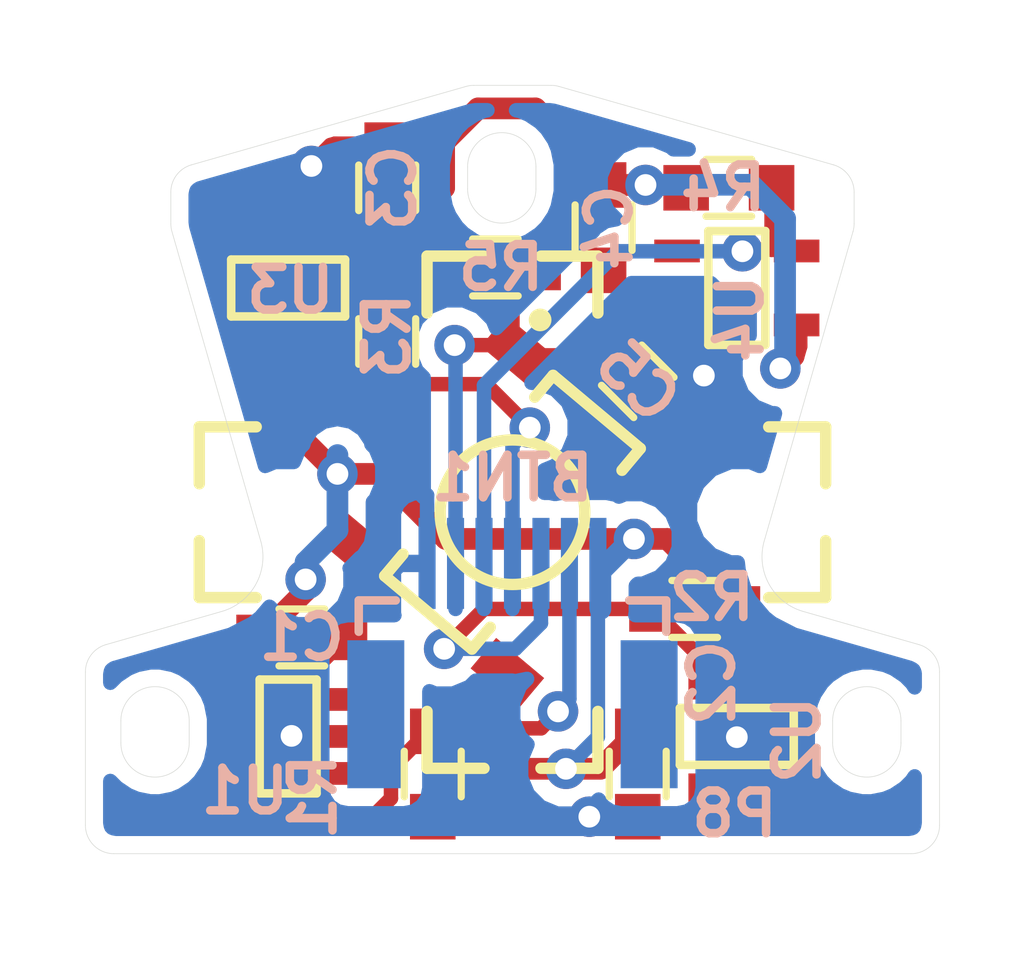
<source format=kicad_pcb>
(kicad_pcb (version 20171130) (host pcbnew "(5.0.0)")

  (general
    (thickness 1.6)
    (drawings 37)
    (tracks 136)
    (zones 0)
    (modules 17)
    (nets 16)
  )

  (page A3)
  (title_block
    (title "UHK 60 Keycluster trackball")
    (rev 1.0.0)
    (company "Ultimate Gadget Laboratories Kft.")
  )

  (layers
    (0 F.Cu signal)
    (31 B.Cu signal)
    (32 B.Adhes user)
    (33 F.Adhes user)
    (34 B.Paste user)
    (35 F.Paste user)
    (36 B.SilkS user)
    (37 F.SilkS user)
    (38 B.Mask user)
    (39 F.Mask user)
    (40 Dwgs.User user)
    (41 Cmts.User user)
    (42 Eco1.User user)
    (43 Eco2.User user)
    (44 Edge.Cuts user)
    (45 Margin user)
    (46 B.CrtYd user)
    (47 F.CrtYd user)
  )

  (setup
    (last_trace_width 0.2032)
    (user_trace_width 0.2032)
    (user_trace_width 0.254)
    (user_trace_width 0.3048)
    (user_trace_width 0.381)
    (trace_clearance 0.2032)
    (zone_clearance 0.3048)
    (zone_45_only no)
    (trace_min 0.2032)
    (segment_width 0.1)
    (edge_width 0.1)
    (via_size 1.0668)
    (via_drill 0.7112)
    (via_min_size 0.7112)
    (via_min_drill 0.381)
    (user_via 0.7112 0.381)
    (user_via 1.0668 0.7112)
    (uvia_size 0.7112)
    (uvia_drill 0.381)
    (uvias_allowed no)
    (uvia_min_size 0.508)
    (uvia_min_drill 0.127)
    (pcb_text_width 0.3)
    (pcb_text_size 1.5 1.5)
    (mod_edge_width 0.15)
    (mod_text_size 1 1)
    (mod_text_width 0.15)
    (pad_size 1.5 1.5)
    (pad_drill 0.6)
    (pad_to_mask_clearance 0)
    (aux_axis_origin 0 0)
    (visible_elements 7FFFFF6F)
    (pcbplotparams
      (layerselection 0x00030_ffffffff)
      (usegerberextensions true)
      (usegerberattributes false)
      (usegerberadvancedattributes false)
      (creategerberjobfile false)
      (excludeedgelayer true)
      (linewidth 0.150000)
      (plotframeref false)
      (viasonmask false)
      (mode 1)
      (useauxorigin false)
      (hpglpennumber 1)
      (hpglpenspeed 20)
      (hpglpendiameter 15.000000)
      (psnegative false)
      (psa4output false)
      (plotreference true)
      (plotvalue true)
      (plotinvisibletext false)
      (padsonsilk false)
      (subtractmaskfromsilk false)
      (outputformat 1)
      (mirror false)
      (drillshape 1)
      (scaleselection 1)
      (outputdirectory ""))
  )

  (net 0 "")
  (net 1 GND)
  (net 2 /TB_BTN)
  (net 3 /TB_LEFT)
  (net 4 +3V3)
  (net 5 "Net-(U1-Pad3)")
  (net 6 "Net-(U1-Pad1)")
  (net 7 "Net-(U2-Pad1)")
  (net 8 "Net-(U2-Pad3)")
  (net 9 /TB_DOWN)
  (net 10 /TB_UP)
  (net 11 "Net-(U3-Pad3)")
  (net 12 "Net-(U3-Pad1)")
  (net 13 "Net-(U4-Pad1)")
  (net 14 "Net-(U4-Pad3)")
  (net 15 /TB_RIGHT)

  (net_class Default "This is the default net class."
    (clearance 0.2032)
    (trace_width 0.2032)
    (via_dia 1.0668)
    (via_drill 0.7112)
    (uvia_dia 0.7112)
    (uvia_drill 0.381)
    (diff_pair_gap 0.254)
    (diff_pair_width 0.254)
    (add_net +3V3)
    (add_net /TB_BTN)
    (add_net /TB_DOWN)
    (add_net /TB_LEFT)
    (add_net /TB_RIGHT)
    (add_net /TB_UP)
    (add_net GND)
    (add_net "Net-(U1-Pad1)")
    (add_net "Net-(U1-Pad3)")
    (add_net "Net-(U2-Pad1)")
    (add_net "Net-(U2-Pad3)")
    (add_net "Net-(U3-Pad1)")
    (add_net "Net-(U3-Pad3)")
    (add_net "Net-(U4-Pad1)")
    (add_net "Net-(U4-Pad3)")
  )

  (module UGL:BlackberryTrackball locked (layer F.Cu) (tedit 5D121E74) (tstamp 5CE40F34)
    (at 200 150)
    (attr virtual)
    (fp_text reference REF** (at 0.4 -5.3) (layer F.SilkS) hide
      (effects (font (size 1 1) (thickness 0.15)))
    )
    (fp_text value BlackberryTrackball (at 0 5.4) (layer Eco1.User) hide
      (effects (font (size 1 1) (thickness 0.15)))
    )
    (fp_line (start 1.5 3.5) (end 1.5 4.5) (layer F.SilkS) (width 0.2))
    (fp_line (start 1.5 4.5) (end 0.5 4.5) (layer F.SilkS) (width 0.2))
    (fp_line (start -0.5 4.5) (end -1.5 4.5) (layer F.SilkS) (width 0.2))
    (fp_line (start -1.5 4.5) (end -1.5 3.5) (layer F.SilkS) (width 0.2))
    (fp_line (start 4.5 -1.5) (end 5.5 -1.5) (layer F.SilkS) (width 0.2))
    (fp_line (start 5.5 -1.5) (end 5.5 -0.5) (layer F.SilkS) (width 0.2))
    (fp_line (start 0.5 -4.5) (end 1.5 -4.5) (layer F.SilkS) (width 0.2))
    (fp_line (start 1.5 -4.5) (end 1.5 -3.5) (layer F.SilkS) (width 0.2))
    (fp_line (start -1.5 -3.5) (end -1.5 -4.5) (layer F.SilkS) (width 0.2))
    (fp_line (start -1.5 -4.5) (end -0.5 -4.5) (layer F.SilkS) (width 0.2))
    (fp_line (start 5.5 0.5) (end 5.5 1.5) (layer F.SilkS) (width 0.2))
    (fp_line (start 5.5 1.5) (end 4.5 1.5) (layer F.SilkS) (width 0.2))
    (fp_line (start -4.5 1.5) (end -5.5 1.5) (layer F.SilkS) (width 0.2))
    (fp_line (start -5.5 1.5) (end -5.5 0.5) (layer F.SilkS) (width 0.2))
    (fp_line (start -5.5 -0.5) (end -5.5 -1.5) (layer F.SilkS) (width 0.2))
    (fp_line (start -5.5 -1.5) (end -4.5 -1.5) (layer F.SilkS) (width 0.2))
    (fp_line (start -4 1.5) (end -4 2) (layer Cmts.User) (width 0.2))
    (fp_line (start -3 1.5) (end -3 2) (layer Cmts.User) (width 0.2))
    (fp_line (start 4 -1.5) (end 4 -2) (layer Cmts.User) (width 0.2))
    (fp_line (start 3 -1.5) (end 3 -2) (layer Cmts.User) (width 0.2))
    (fp_line (start 1.5 3) (end 2 3) (layer Cmts.User) (width 0.2))
    (fp_line (start 1.5 4) (end 2 4) (layer Cmts.User) (width 0.2))
    (fp_line (start -1.5 -4) (end -2 -4) (layer Cmts.User) (width 0.2))
    (fp_line (start -1.5 -3) (end -2 -3) (layer Cmts.User) (width 0.2))
    (fp_line (start 1.5 -1.5) (end 1.5 -4.5) (layer Cmts.User) (width 0.2))
    (fp_line (start 5.5 -1.5) (end 1.5 -1.5) (layer Cmts.User) (width 0.2))
    (fp_line (start 5.5 1.5) (end 5.5 -1.5) (layer Cmts.User) (width 0.2))
    (fp_line (start 1.5 1.5) (end 5.5 1.5) (layer Cmts.User) (width 0.2))
    (fp_line (start 1.5 4.5) (end 1.5 1.5) (layer Cmts.User) (width 0.2))
    (fp_line (start -1.5 4.5) (end 1.5 4.5) (layer Cmts.User) (width 0.2))
    (fp_line (start -1.5 1.5) (end -1.5 4.5) (layer Cmts.User) (width 0.2))
    (fp_line (start -5.5 1.5) (end -1.5 1.5) (layer Cmts.User) (width 0.2))
    (fp_line (start -5.5 -1.5) (end -5.5 1.5) (layer Cmts.User) (width 0.2))
    (fp_line (start -1.5 -1.5) (end -5.5 -1.5) (layer Cmts.User) (width 0.2))
    (fp_line (start -1.5 -4.5) (end -1.5 -1.5) (layer Cmts.User) (width 0.2))
    (fp_line (start 1.5 -4.5) (end -1.5 -4.5) (layer Cmts.User) (width 0.2))
    (fp_circle (center 0 0) (end 1.5 0) (layer Cmts.User) (width 0.2))
    (pad "" np_thru_hole circle (at 4 0) (size 0.9 0.9) (drill 0.9) (layers *.Cu *.Mask))
    (pad "" np_thru_hole circle (at -4 0) (size 0.9 0.9) (drill 0.9) (layers *.Cu *.Mask))
  )

  (module UGL:SM0603 (layer F.Cu) (tedit 5C6C58A5) (tstamp 5D121756)
    (at 202.2 147.7 135)
    (path /5D1232D1)
    (attr smd)
    (fp_text reference C5 (at 0 0 135) (layer B.SilkS)
      (effects (font (size 0.75 0.75) (thickness 0.15)) (justify mirror))
    )
    (fp_text value 0.1uF (at 0 1.5 135) (layer F.SilkS) hide
      (effects (font (size 0.75 0.75) (thickness 0.15)))
    )
    (fp_line (start -0.4 -0.5) (end 0.4 -0.5) (layer F.SilkS) (width 0.127))
    (fp_line (start 0.4 0.5) (end -0.4 0.5) (layer F.SilkS) (width 0.127))
    (pad 1 smd rect (at -0.75 0 135) (size 0.8 0.8) (layers F.Cu F.Paste F.Mask)
      (net 1 GND))
    (pad 2 smd rect (at 0.75 0 135) (size 0.8 0.8) (layers F.Cu F.Paste F.Mask)
      (net 2 /TB_BTN))
    (model smd\resistors\R0603.wrl
      (offset (xyz 0 0 0.02540000082496551))
      (scale (xyz 0.5 0.5 0.5))
      (rotate (xyz 0 0 0))
    )
  )

  (module UGL:FFC_Connector_51281-0794 (layer B.Cu) (tedit 5D12220D) (tstamp 5D126605)
    (at 200 155.1 180)
    (path /5D0AD355)
    (attr smd)
    (fp_text reference P8 (at -3.9 -0.2 180) (layer B.SilkS)
      (effects (font (size 0.75 0.75) (thickness 0.15)) (justify mirror))
    )
    (fp_text value CONN_7 (at 0.1 5.6 180) (layer B.SilkS) hide
      (effects (font (size 0.75 0.75) (thickness 0.15)) (justify mirror))
    )
    (fp_line (start -2.7 3.55) (end -2.7 3) (layer B.SilkS) (width 0.15))
    (fp_line (start 2.05 3.55) (end 2.7 3.55) (layer B.SilkS) (width 0.15))
    (fp_line (start 2.7 3.55) (end 2.7 3) (layer B.SilkS) (width 0.15))
    (fp_line (start -2.9 0) (end 2.9 0) (layer Margin) (width 0.15))
    (fp_line (start -2.7 3.55) (end -2.05 3.55) (layer B.SilkS) (width 0.15))
    (pad 2 smd rect (at -1 4.2 180) (size 0.3 1.6) (layers B.Cu B.Paste B.Mask)
      (net 3 /TB_LEFT) (clearance 0.1778))
    (pad 5 smd rect (at 0.5 4.2 180) (size 0.3 1.6) (layers B.Cu B.Paste B.Mask)
      (net 15 /TB_RIGHT) (clearance 0.1778))
    (pad "" smd rect (at 2.4 1.55 180) (size 1 2.6) (layers B.Cu B.Paste B.Mask))
    (pad 3 smd rect (at -0.5 4.2 180) (size 0.3 1.6) (layers B.Cu B.Paste B.Mask)
      (net 9 /TB_DOWN) (clearance 0.1778))
    (pad 4 smd rect (at 0 4.2 180) (size 0.3 1.6) (layers B.Cu B.Paste B.Mask)
      (net 10 /TB_UP) (clearance 0.1778))
    (pad "" smd rect (at -2.4 1.55 180) (size 1 2.6) (layers B.Cu B.Paste B.Mask))
    (pad 1 smd rect (at -1.5 4.2 180) (size 0.3 1.6) (layers B.Cu B.Paste B.Mask)
      (net 4 +3V3) (clearance 0.1778))
    (pad 6 smd rect (at 1 4.2 180) (size 0.3 1.6) (layers B.Cu B.Paste B.Mask)
      (net 2 /TB_BTN) (clearance 0.1778))
    (pad 7 smd rect (at 1.5 4.2 180) (size 0.3 1.6) (layers B.Cu B.Paste B.Mask)
      (net 1 GND) (clearance 0.1778))
  )

  (module UGL:SM0603 (layer F.Cu) (tedit 5C6C58A5) (tstamp 5D120B9A)
    (at 199.7 145.7)
    (path /5D14095C)
    (attr smd)
    (fp_text reference R5 (at 0.1 0) (layer B.SilkS)
      (effects (font (size 0.75 0.75) (thickness 0.15)) (justify mirror))
    )
    (fp_text value 10K (at 0 1.5) (layer F.SilkS) hide
      (effects (font (size 0.75 0.75) (thickness 0.15)))
    )
    (fp_line (start -0.4 -0.5) (end 0.4 -0.5) (layer F.SilkS) (width 0.127))
    (fp_line (start 0.4 0.5) (end -0.4 0.5) (layer F.SilkS) (width 0.127))
    (pad 1 smd rect (at -0.75 0) (size 0.8 0.8) (layers F.Cu F.Paste F.Mask)
      (net 4 +3V3))
    (pad 2 smd rect (at 0.75 0) (size 0.8 0.8) (layers F.Cu F.Paste F.Mask)
      (net 2 /TB_BTN))
    (model smd\resistors\R0603.wrl
      (offset (xyz 0 0 0.02540000082496551))
      (scale (xyz 0.5 0.5 0.5))
      (rotate (xyz 0 0 0))
    )
  )

  (module UGL:SM0603 (layer F.Cu) (tedit 5C6C58A5) (tstamp 5D120B92)
    (at 203.8 144.3)
    (path /5D1484F0)
    (attr smd)
    (fp_text reference R4 (at -0.1 0) (layer B.SilkS)
      (effects (font (size 0.75 0.75) (thickness 0.15)) (justify mirror))
    )
    (fp_text value 10K (at 0 1.5) (layer F.SilkS) hide
      (effects (font (size 0.75 0.75) (thickness 0.15)))
    )
    (fp_line (start 0.4 0.5) (end -0.4 0.5) (layer F.SilkS) (width 0.127))
    (fp_line (start -0.4 -0.5) (end 0.4 -0.5) (layer F.SilkS) (width 0.127))
    (pad 2 smd rect (at 0.75 0) (size 0.8 0.8) (layers F.Cu F.Paste F.Mask)
      (net 15 /TB_RIGHT))
    (pad 1 smd rect (at -0.75 0) (size 0.8 0.8) (layers F.Cu F.Paste F.Mask)
      (net 4 +3V3))
    (model smd\resistors\R0603.wrl
      (offset (xyz 0 0 0.02540000082496551))
      (scale (xyz 0.5 0.5 0.5))
      (rotate (xyz 0 0 0))
    )
  )

  (module UGL:SM0603 (layer F.Cu) (tedit 5C6C58A5) (tstamp 5D123919)
    (at 197.8 147 270)
    (path /5D1484DB)
    (attr smd)
    (fp_text reference R3 (at -0.1 0 270) (layer B.SilkS)
      (effects (font (size 0.75 0.75) (thickness 0.15)) (justify mirror))
    )
    (fp_text value 10K (at 0 1.5 270) (layer F.SilkS) hide
      (effects (font (size 0.75 0.75) (thickness 0.15)))
    )
    (fp_line (start -0.4 -0.5) (end 0.4 -0.5) (layer F.SilkS) (width 0.127))
    (fp_line (start 0.4 0.5) (end -0.4 0.5) (layer F.SilkS) (width 0.127))
    (pad 1 smd rect (at -0.75 0 270) (size 0.8 0.8) (layers F.Cu F.Paste F.Mask)
      (net 4 +3V3))
    (pad 2 smd rect (at 0.75 0 270) (size 0.8 0.8) (layers F.Cu F.Paste F.Mask)
      (net 10 /TB_UP))
    (model smd\resistors\R0603.wrl
      (offset (xyz 0 0 0.02540000082496551))
      (scale (xyz 0.5 0.5 0.5))
      (rotate (xyz 0 0 0))
    )
  )

  (module UGL:SM0603 (layer F.Cu) (tedit 5C6C58A5) (tstamp 5D1227BE)
    (at 203.2 151.7 180)
    (path /5D14838D)
    (attr smd)
    (fp_text reference R2 (at -0.3 0.2 180) (layer B.SilkS)
      (effects (font (size 0.75 0.75) (thickness 0.15)) (justify mirror))
    )
    (fp_text value 10K (at 0 1.5 180) (layer F.SilkS) hide
      (effects (font (size 0.75 0.75) (thickness 0.15)))
    )
    (fp_line (start 0.4 0.5) (end -0.4 0.5) (layer F.SilkS) (width 0.127))
    (fp_line (start -0.4 -0.5) (end 0.4 -0.5) (layer F.SilkS) (width 0.127))
    (pad 2 smd rect (at 0.75 0 180) (size 0.8 0.8) (layers F.Cu F.Paste F.Mask)
      (net 9 /TB_DOWN))
    (pad 1 smd rect (at -0.75 0 180) (size 0.8 0.8) (layers F.Cu F.Paste F.Mask)
      (net 4 +3V3))
    (model smd\resistors\R0603.wrl
      (offset (xyz 0 0 0.02540000082496551))
      (scale (xyz 0.5 0.5 0.5))
      (rotate (xyz 0 0 0))
    )
  )

  (module UGL:SM0603 (layer F.Cu) (tedit 5C6C58A5) (tstamp 5D120B7A)
    (at 198.6 154.6 90)
    (path /5D134151)
    (attr smd)
    (fp_text reference R1 (at -0.4 -2.1 90) (layer B.SilkS)
      (effects (font (size 0.75 0.75) (thickness 0.15)) (justify mirror))
    )
    (fp_text value 10K (at 0 1.5 90) (layer F.SilkS) hide
      (effects (font (size 0.75 0.75) (thickness 0.15)))
    )
    (fp_line (start -0.4 -0.5) (end 0.4 -0.5) (layer F.SilkS) (width 0.127))
    (fp_line (start 0.4 0.5) (end -0.4 0.5) (layer F.SilkS) (width 0.127))
    (pad 1 smd rect (at -0.75 0 90) (size 0.8 0.8) (layers F.Cu F.Paste F.Mask)
      (net 4 +3V3))
    (pad 2 smd rect (at 0.75 0 90) (size 0.8 0.8) (layers F.Cu F.Paste F.Mask)
      (net 3 /TB_LEFT))
    (model smd\resistors\R0603.wrl
      (offset (xyz 0 0 0.02540000082496551))
      (scale (xyz 0.5 0.5 0.5))
      (rotate (xyz 0 0 0))
    )
  )

  (module UGL:SM0603 (layer F.Cu) (tedit 5C6C58A5) (tstamp 5D120B72)
    (at 201.6 145 90)
    (path /5D1484E9)
    (attr smd)
    (fp_text reference C4 (at 0 0.1 90) (layer B.SilkS)
      (effects (font (size 0.75 0.75) (thickness 0.15)) (justify mirror))
    )
    (fp_text value 0.1uF (at 0 1.5 90) (layer F.SilkS) hide
      (effects (font (size 0.75 0.75) (thickness 0.15)))
    )
    (fp_line (start 0.4 0.5) (end -0.4 0.5) (layer F.SilkS) (width 0.127))
    (fp_line (start -0.4 -0.5) (end 0.4 -0.5) (layer F.SilkS) (width 0.127))
    (pad 2 smd rect (at 0.75 0 90) (size 0.8 0.8) (layers F.Cu F.Paste F.Mask)
      (net 4 +3V3))
    (pad 1 smd rect (at -0.75 0 90) (size 0.8 0.8) (layers F.Cu F.Paste F.Mask)
      (net 1 GND))
    (model smd\resistors\R0603.wrl
      (offset (xyz 0 0 0.02540000082496551))
      (scale (xyz 0.5 0.5 0.5))
      (rotate (xyz 0 0 0))
    )
  )

  (module UGL:SM0603 (layer F.Cu) (tedit 5C6C58A5) (tstamp 5D120B6A)
    (at 197.8 144.3 270)
    (path /5D1484D4)
    (attr smd)
    (fp_text reference C3 (at 0 -0.1 270) (layer B.SilkS)
      (effects (font (size 0.75 0.75) (thickness 0.15)) (justify mirror))
    )
    (fp_text value 0.1uF (at 0 1.5 270) (layer F.SilkS) hide
      (effects (font (size 0.75 0.75) (thickness 0.15)))
    )
    (fp_line (start -0.4 -0.5) (end 0.4 -0.5) (layer F.SilkS) (width 0.127))
    (fp_line (start 0.4 0.5) (end -0.4 0.5) (layer F.SilkS) (width 0.127))
    (pad 1 smd rect (at -0.75 0 270) (size 0.8 0.8) (layers F.Cu F.Paste F.Mask)
      (net 1 GND))
    (pad 2 smd rect (at 0.75 0 270) (size 0.8 0.8) (layers F.Cu F.Paste F.Mask)
      (net 4 +3V3))
    (model smd\resistors\R0603.wrl
      (offset (xyz 0 0 0.02540000082496551))
      (scale (xyz 0.5 0.5 0.5))
      (rotate (xyz 0 0 0))
    )
  )

  (module UGL:SM0603 (layer F.Cu) (tedit 5D121DF4) (tstamp 5D1249EA)
    (at 202.2 154.6 90)
    (path /5D148386)
    (attr smd)
    (fp_text reference C2 (at 1.6 1.3 90) (layer B.SilkS)
      (effects (font (size 0.75 0.75) (thickness 0.15)) (justify mirror))
    )
    (fp_text value 0.1uF (at 0 1.5 90) (layer F.SilkS) hide
      (effects (font (size 0.75 0.75) (thickness 0.15)))
    )
    (fp_line (start 0.4 0.5) (end -0.4 0.5) (layer F.SilkS) (width 0.127))
    (fp_line (start -0.4 -0.5) (end 0.4 -0.5) (layer F.SilkS) (width 0.127))
    (pad 2 smd rect (at 0.75 0 90) (size 0.8 0.8) (layers F.Cu F.Paste F.Mask)
      (net 4 +3V3))
    (pad 1 smd rect (at -0.75 0 90) (size 0.8 0.8) (layers F.Cu F.Paste F.Mask)
      (net 1 GND))
    (model smd\resistors\R0603.wrl
      (offset (xyz 0 0 0.02540000082496551))
      (scale (xyz 0.5 0.5 0.5))
      (rotate (xyz 0 0 0))
    )
  )

  (module UGL:SM0603 (layer F.Cu) (tedit 5C6C58A5) (tstamp 5D120B5A)
    (at 196.3 152.2 180)
    (path /5D12DC87)
    (attr smd)
    (fp_text reference C1 (at 0 0 180) (layer B.SilkS)
      (effects (font (size 0.75 0.75) (thickness 0.15)) (justify mirror))
    )
    (fp_text value 0.1uF (at 0 1.5 180) (layer F.SilkS) hide
      (effects (font (size 0.75 0.75) (thickness 0.15)))
    )
    (fp_line (start -0.4 -0.5) (end 0.4 -0.5) (layer F.SilkS) (width 0.127))
    (fp_line (start 0.4 0.5) (end -0.4 0.5) (layer F.SilkS) (width 0.127))
    (pad 1 smd rect (at -0.75 0 180) (size 0.8 0.8) (layers F.Cu F.Paste F.Mask)
      (net 1 GND))
    (pad 2 smd rect (at 0.75 0 180) (size 0.8 0.8) (layers F.Cu F.Paste F.Mask)
      (net 4 +3V3))
    (model smd\resistors\R0603.wrl
      (offset (xyz 0 0 0.02540000082496551))
      (scale (xyz 0.5 0.5 0.5))
      (rotate (xyz 0 0 0))
    )
  )

  (module UGL:SMINI-5DE (layer F.Cu) (tedit 5D11EB36) (tstamp 5D120B52)
    (at 203.94 146.06 90)
    (tags SOT23)
    (path /5D1484E2)
    (attr smd)
    (fp_text reference U4 (at -0.54 0.06 90) (layer B.SilkS)
      (effects (font (size 0.75 0.75) (thickness 0.15)) (justify mirror))
    )
    (fp_text value AN48841B (at 0 -2.667 90) (layer F.SilkS) hide
      (effects (font (size 0.75 0.75) (thickness 0.15)))
    )
    (fp_line (start -1 -0.5) (end -1 0.5) (layer F.SilkS) (width 0.15))
    (fp_line (start 1 -0.5) (end 1 0.5) (layer F.SilkS) (width 0.15))
    (fp_line (start 1 -0.5) (end -1 -0.5) (layer F.SilkS) (width 0.15))
    (fp_line (start -1 0.5) (end 1 0.5) (layer F.SilkS) (width 0.15))
    (pad 1 smd rect (at 0.65 -1.05 90) (size 0.4 0.8) (layers F.Cu F.Paste F.Mask)
      (net 13 "Net-(U4-Pad1)"))
    (pad 3 smd rect (at -0.65 -1.05 90) (size 0.4 0.8) (layers F.Cu F.Paste F.Mask)
      (net 14 "Net-(U4-Pad3)"))
    (pad 4 smd rect (at -0.65 1.05 90) (size 0.4 0.8) (layers F.Cu F.Paste F.Mask)
      (net 4 +3V3))
    (pad 5 smd rect (at 0.65 1.05 90) (size 0.4 0.8) (layers F.Cu F.Paste F.Mask)
      (net 15 /TB_RIGHT))
    (pad 2 smd rect (at 0 -1.05 90) (size 0.4 0.8) (layers F.Cu F.Paste F.Mask)
      (net 1 GND))
    (model smd\SOT23_3.wrl
      (at (xyz 0 0 0))
      (scale (xyz 0.4 0.4 0.4))
      (rotate (xyz 0 0 180))
    )
  )

  (module UGL:SMINI-5DE (layer F.Cu) (tedit 5D11EB36) (tstamp 5D120B45)
    (at 196.06 146.06)
    (tags SOT23)
    (path /5D1484CD)
    (attr smd)
    (fp_text reference U3 (at 0.04 0.04) (layer B.SilkS)
      (effects (font (size 0.75 0.75) (thickness 0.15)) (justify mirror))
    )
    (fp_text value AN48841B (at 0 -2.667) (layer F.SilkS) hide
      (effects (font (size 0.75 0.75) (thickness 0.15)))
    )
    (fp_line (start -1 0.5) (end 1 0.5) (layer F.SilkS) (width 0.15))
    (fp_line (start 1 -0.5) (end -1 -0.5) (layer F.SilkS) (width 0.15))
    (fp_line (start 1 -0.5) (end 1 0.5) (layer F.SilkS) (width 0.15))
    (fp_line (start -1 -0.5) (end -1 0.5) (layer F.SilkS) (width 0.15))
    (pad 2 smd rect (at 0 -1.05) (size 0.4 0.8) (layers F.Cu F.Paste F.Mask)
      (net 1 GND))
    (pad 5 smd rect (at 0.65 1.05) (size 0.4 0.8) (layers F.Cu F.Paste F.Mask)
      (net 10 /TB_UP))
    (pad 4 smd rect (at -0.65 1.05) (size 0.4 0.8) (layers F.Cu F.Paste F.Mask)
      (net 4 +3V3))
    (pad 3 smd rect (at -0.65 -1.05) (size 0.4 0.8) (layers F.Cu F.Paste F.Mask)
      (net 11 "Net-(U3-Pad3)"))
    (pad 1 smd rect (at 0.65 -1.05) (size 0.4 0.8) (layers F.Cu F.Paste F.Mask)
      (net 12 "Net-(U3-Pad1)"))
    (model smd\SOT23_3.wrl
      (at (xyz 0 0 0))
      (scale (xyz 0.4 0.4 0.4))
      (rotate (xyz 0 0 180))
    )
  )

  (module UGL:SMINI-5DE (layer F.Cu) (tedit 5D11EB36) (tstamp 5D1227EF)
    (at 203.94 153.94 180)
    (tags SOT23)
    (path /5D14837F)
    (attr smd)
    (fp_text reference U2 (at -1.06 -0.06 270) (layer B.SilkS)
      (effects (font (size 0.75 0.75) (thickness 0.15)) (justify mirror))
    )
    (fp_text value AN48841B (at 0 -2.667 180) (layer F.SilkS) hide
      (effects (font (size 0.75 0.75) (thickness 0.15)))
    )
    (fp_line (start -1 -0.5) (end -1 0.5) (layer F.SilkS) (width 0.15))
    (fp_line (start 1 -0.5) (end 1 0.5) (layer F.SilkS) (width 0.15))
    (fp_line (start 1 -0.5) (end -1 -0.5) (layer F.SilkS) (width 0.15))
    (fp_line (start -1 0.5) (end 1 0.5) (layer F.SilkS) (width 0.15))
    (pad 1 smd rect (at 0.65 -1.05 180) (size 0.4 0.8) (layers F.Cu F.Paste F.Mask)
      (net 7 "Net-(U2-Pad1)"))
    (pad 3 smd rect (at -0.65 -1.05 180) (size 0.4 0.8) (layers F.Cu F.Paste F.Mask)
      (net 8 "Net-(U2-Pad3)"))
    (pad 4 smd rect (at -0.65 1.05 180) (size 0.4 0.8) (layers F.Cu F.Paste F.Mask)
      (net 4 +3V3))
    (pad 5 smd rect (at 0.65 1.05 180) (size 0.4 0.8) (layers F.Cu F.Paste F.Mask)
      (net 9 /TB_DOWN))
    (pad 2 smd rect (at 0 -1.05 180) (size 0.4 0.8) (layers F.Cu F.Paste F.Mask)
      (net 1 GND))
    (model smd\SOT23_3.wrl
      (at (xyz 0 0 0))
      (scale (xyz 0.4 0.4 0.4))
      (rotate (xyz 0 0 180))
    )
  )

  (module UGL:SMINI-5DE (layer F.Cu) (tedit 5D122224) (tstamp 5D120B2B)
    (at 196.06 153.94 270)
    (tags SOT23)
    (path /5D12DADA)
    (attr smd)
    (fp_text reference U1 (at 0.96 0.76 180) (layer B.SilkS)
      (effects (font (size 0.75 0.75) (thickness 0.15)) (justify mirror))
    )
    (fp_text value AN48841B (at 0 -2.667 270) (layer F.SilkS) hide
      (effects (font (size 0.75 0.75) (thickness 0.15)))
    )
    (fp_line (start -1 0.5) (end 1 0.5) (layer F.SilkS) (width 0.15))
    (fp_line (start 1 -0.5) (end -1 -0.5) (layer F.SilkS) (width 0.15))
    (fp_line (start 1 -0.5) (end 1 0.5) (layer F.SilkS) (width 0.15))
    (fp_line (start -1 -0.5) (end -1 0.5) (layer F.SilkS) (width 0.15))
    (pad 2 smd rect (at 0 -1.05 270) (size 0.4 0.8) (layers F.Cu F.Paste F.Mask)
      (net 1 GND))
    (pad 5 smd rect (at 0.65 1.05 270) (size 0.4 0.8) (layers F.Cu F.Paste F.Mask)
      (net 3 /TB_LEFT))
    (pad 4 smd rect (at -0.65 1.05 270) (size 0.4 0.8) (layers F.Cu F.Paste F.Mask)
      (net 4 +3V3))
    (pad 3 smd rect (at -0.65 -1.05 270) (size 0.4 0.8) (layers F.Cu F.Paste F.Mask)
      (net 5 "Net-(U1-Pad3)"))
    (pad 1 smd rect (at 0.65 -1.05 270) (size 0.4 0.8) (layers F.Cu F.Paste F.Mask)
      (net 6 "Net-(U1-Pad1)"))
    (model smd\SOT23_3.wrl
      (at (xyz 0 0 0))
      (scale (xyz 0.4 0.4 0.4))
      (rotate (xyz 0 0 180))
    )
  )

  (module UGL:TL3315NF250Q (layer F.Cu) (tedit 5D122564) (tstamp 5D120B1E)
    (at 200 150 50)
    (path /5D13A78E)
    (fp_text reference BTN1 (at 0.459627 -0.385673 180) (layer B.SilkS)
      (effects (font (size 0.746 0.746) (thickness 0.15)) (justify mirror))
    )
    (fp_text value BTN (at 0 3.1 50) (layer Eco1.User) hide
      (effects (font (size 1 1) (thickness 0.15)))
    )
    (fp_circle (center 0 0) (end 1.269999 0) (layer F.SilkS) (width 0.2))
    (fp_line (start 2.25 -2.25) (end -2.25 -2.25) (layer Cmts.User) (width 0.2))
    (fp_line (start -2.25 2.25) (end 2.25 2.25) (layer Cmts.User) (width 0.2))
    (fp_line (start -2.25 -2.25) (end -2.25 2.25) (layer Cmts.User) (width 0.2))
    (fp_line (start 2.25 2.25) (end 2.25 -2.25) (layer Cmts.User) (width 0.2))
    (fp_line (start 1.7 -1.3) (end 1.7 -0.5) (layer Cmts.User) (width 0.2))
    (fp_line (start 1.7 -0.5) (end 2.000001 0.3) (layer Cmts.User) (width 0.2))
    (fp_line (start 1.7 0.3) (end 1.7 1.3) (layer Cmts.User) (width 0.2))
    (fp_line (start -1.8 -1) (end -2.3 -1) (layer F.SilkS) (width 0.2))
    (fp_line (start -2.3 -1) (end -2.3 1) (layer F.SilkS) (width 0.2))
    (fp_line (start -2.3 1) (end -1.8 1) (layer F.SilkS) (width 0.2))
    (fp_line (start 2.3 -1) (end 1.8 -1) (layer F.SilkS) (width 0.2))
    (fp_line (start 1.8 1) (end 2.3 1) (layer F.SilkS) (width 0.2))
    (fp_line (start 2.3 1) (end 2.3 -1) (layer F.SilkS) (width 0.2))
    (fp_circle (center 2.9 -1.8) (end 3 -1.8) (layer F.SilkS) (width 0.2))
    (pad 2 smd rect (at 2.225 1.749999 50) (size 0.7 1.1) (layers F.Cu F.Paste F.Mask)
      (net 1 GND))
    (pad 3 smd rect (at -2.225 1.75 230) (size 0.7 1.1) (layers F.Cu F.Paste F.Mask))
    (pad 1 smd rect (at 2.225 -1.75 50) (size 0.7 1.1) (layers F.Cu F.Paste F.Mask)
      (net 2 /TB_BTN))
    (pad 4 smd rect (at -2.225 -1.749999 230) (size 0.7 1.1) (layers F.Cu F.Paste F.Mask))
  )

  (gr_circle (center 200 150) (end 200.5 150) (layer Eco1.User) (width 0.01) (tstamp 5D12273B))
  (gr_arc (start 193.000061 155.499932) (end 192.5 155.5) (angle -89.94233769) (layer Edge.Cuts) (width 0.01))
  (gr_arc (start 206.999932 155.499932) (end 207 156) (angle -89.94656462) (layer Edge.Cuts) (width 0.01))
  (gr_arc (start 206.999958 152.806933) (end 207.5 152.8069) (angle -73.95092213) (layer Edge.Cuts) (width 0.01))
  (gr_arc (start 205.4999 144.929704) (end 205.980629 145.067551) (angle -16.00065232) (layer Edge.Cuts) (width 0.01))
  (gr_arc (start 205.499951 144.377195) (end 206 144.377151) (angle -74.00576115) (layer Edge.Cuts) (width 0.01))
  (gr_arc (start 193.000042 152.806918) (end 192.862183 152.326263) (angle -73.9540134) (layer Edge.Cuts) (width 0.01))
  (gr_arc (start 194.5001 144.929704) (end 194 144.929733) (angle -15.32491997) (layer Edge.Cuts) (width 0.01))
  (gr_arc (start 194.500041 144.377195) (end 194.36264 143.896393) (angle -74.03002785) (layer Edge.Cuts) (width 0.01))
  (gr_arc (start 199.320057 143.000079) (end 199.32003 142.5) (angle -15.52577977) (layer Edge.Cuts) (width 0.01))
  (gr_arc (start 200.679943 143.000094) (end 200.817329 142.519241) (angle -15.68673609) (layer Edge.Cuts) (width 0.01))
  (gr_line (start 193 156) (end 207 156) (angle 90) (layer Edge.Cuts) (width 0.01))
  (gr_line (start 207.5 155.5) (end 207.5 152.8069) (angle 90) (layer Edge.Cuts) (width 0.01))
  (gr_line (start 207.137817 152.326263) (end 205.106544 151.743805) (angle 90) (layer Edge.Cuts) (width 0.01))
  (gr_line (start 206 144.929733) (end 206 144.377151) (angle 90) (layer Edge.Cuts) (width 0.01))
  (gr_line (start 205.63736 143.896393) (end 200.817329 142.519241) (angle 90) (layer Edge.Cuts) (width 0.01))
  (gr_line (start 192.5 152.8069) (end 192.5 155.5) (angle 90) (layer Edge.Cuts) (width 0.01))
  (gr_line (start 194.019371 145.067551) (end 195.579079 150.506912) (angle 90) (layer Edge.Cuts) (width 0.01))
  (gr_line (start 199.182671 142.519241) (end 194.36264 143.896393) (angle 90) (layer Edge.Cuts) (width 0.01))
  (gr_line (start 204.420921 150.506912) (end 205.980629 145.067551) (angle 90) (layer Edge.Cuts) (width 0.01))
  (gr_line (start 194.893456 151.743805) (end 192.862183 152.326263) (angle 90) (layer Edge.Cuts) (width 0.01))
  (gr_line (start 194 144.377151) (end 194 144.929733) (angle 90) (layer Edge.Cuts) (width 0.01))
  (gr_line (start 200.67997 142.5) (end 199.32003 142.5) (angle 90) (layer Edge.Cuts) (width 0.01))
  (gr_arc (start 205.382241 150.782508) (end 204.420921 150.506912) (angle -89.97810036) (layer Edge.Cuts) (width 0.01))
  (gr_arc (start 194.617759 150.782508) (end 194.893456 151.743805) (angle -89.98402348) (layer Edge.Cuts) (width 0.01))
  (gr_arc (start 193.72271 154.052801) (end 193.122711 154.054153) (angle -179.7418009) (layer Edge.Cuts) (width 0.01))
  (gr_line (start 194.322708 153.665359) (end 194.322708 154.054153) (angle 90) (layer Edge.Cuts) (width 0.01) (tstamp 5D120FDE))
  (gr_arc (start 193.72271 153.666711) (end 194.322708 153.665359) (angle -179.7418009) (layer Edge.Cuts) (width 0.01) (tstamp 5D120FDB))
  (gr_line (start 193.122711 154.054153) (end 193.122711 153.665359) (angle 90) (layer Edge.Cuts) (width 0.01))
  (gr_arc (start 206.22271 154.052801) (end 205.622711 154.054153) (angle -179.7418009) (layer Edge.Cuts) (width 0.01))
  (gr_line (start 206.822708 153.665359) (end 206.822708 154.054153) (angle 90) (layer Edge.Cuts) (width 0.01))
  (gr_arc (start 206.22271 153.666711) (end 206.822708 153.665359) (angle -179.7418009) (layer Edge.Cuts) (width 0.01))
  (gr_line (start 205.622711 154.054153) (end 205.622711 153.665359) (angle 90) (layer Edge.Cuts) (width 0.01))
  (gr_arc (start 199.812218 143.932459) (end 200.412216 143.931107) (angle -179.7418009) (layer Edge.Cuts) (width 0.01))
  (gr_line (start 199.212219 144.319901) (end 199.212219 143.931107) (angle 90) (layer Edge.Cuts) (width 0.01))
  (gr_arc (start 199.812218 144.318549) (end 199.212219 144.319901) (angle -179.7418009) (layer Edge.Cuts) (width 0.01))
  (gr_line (start 200.412216 143.931107) (end 200.412216 144.319901) (angle 90) (layer Edge.Cuts) (width 0.01))

  (via (at 196.119374 153.930163) (size 0.7112) (drill 0.381) (layers F.Cu B.Cu) (net 1))
  (segment (start 196.195763 153.930163) (end 196.119374 153.930163) (width 0.3048) (layer F.Cu) (net 1))
  (segment (start 196.2056 153.94) (end 196.195763 153.930163) (width 0.3048) (layer F.Cu) (net 1))
  (segment (start 197.11 153.94) (end 196.119374 153.930163) (width 0.3048) (layer F.Cu) (net 1))
  (segment (start 196.119374 153.130626) (end 196.119374 153.930163) (width 0.3048) (layer F.Cu) (net 1))
  (segment (start 197.05 152.2) (end 196.119374 153.130626) (width 0.3048) (layer F.Cu) (net 1))
  (segment (start 203.94 154.99) (end 203.94 153.9528) (width 0.3048) (layer F.Cu) (net 1))
  (via (at 203.94 153.9528) (size 0.7112) (drill 0.381) (layers F.Cu B.Cu) (net 1))
  (segment (start 201.91 146.06) (end 201.6 145.75) (width 0.3048) (layer F.Cu) (net 1))
  (segment (start 202.89 146.06) (end 201.91 146.06) (width 0.3048) (layer F.Cu) (net 1))
  (segment (start 196.06 145.01) (end 196.06 144.3254) (width 0.3048) (layer F.Cu) (net 1))
  (segment (start 196.887655 143.55) (end 196.887655 143.55) (width 0.3048) (layer F.Cu) (net 1))
  (segment (start 196.814499 143.570901) (end 196.887655 143.55) (width 0.3048) (layer F.Cu) (net 1))
  (segment (start 196.06 144.3254) (end 196.814499 143.570901) (width 0.3048) (layer F.Cu) (net 1))
  (segment (start 196.887655 143.55) (end 197.8 143.55) (width 0.3048) (layer F.Cu) (net 1) (tstamp 5D123CD6))
  (via (at 196.469 143.9164) (size 0.7112) (drill 0.381) (layers F.Cu B.Cu) (net 1))
  (segment (start 202.89 146.06) (end 203.5656 146.06) (width 0.254) (layer F.Cu) (net 1))
  (segment (start 203.5656 146.06) (end 203.708 146.2024) (width 0.254) (layer F.Cu) (net 1))
  (segment (start 203.708 147.25266) (end 203.36126 147.5994) (width 0.254) (layer F.Cu) (net 1))
  (segment (start 202.810749 148.310749) (end 202.73033 148.23033) (width 0.254) (layer F.Cu) (net 1))
  (segment (start 202.810749 149.664124) (end 202.810749 148.310749) (width 0.254) (layer F.Cu) (net 1))
  (segment (start 203.36126 147.5994) (end 202.73033 148.23033) (width 0.254) (layer F.Cu) (net 1) (tstamp 5D1241BD))
  (via (at 203.36126 147.5994) (size 0.7112) (drill 0.381) (layers F.Cu B.Cu) (net 1))
  (segment (start 203.708 147.25266) (end 203.708 146.2024) (width 0.254) (layer F.Cu) (net 1))
  (segment (start 202.2 155.35) (end 201.3494 155.35) (width 0.381) (layer F.Cu) (net 1))
  (via (at 201.3494 155.35) (size 0.7112) (drill 0.381) (layers F.Cu B.Cu) (net 1))
  (segment (start 198.5 150.9) (end 198.5 149.7) (width 0.254) (layer B.Cu) (net 1))
  (segment (start 198.5 149.7) (end 198.1 149.3) (width 0.254) (layer B.Cu) (net 1))
  (segment (start 200.390425 147.2438) (end 200.335876 147.189251) (width 0.254) (layer F.Cu) (net 2))
  (segment (start 201.66967 147.16967) (end 201.59554 147.2438) (width 0.254) (layer F.Cu) (net 2))
  (segment (start 201.59554 147.2438) (end 200.390425 147.2438) (width 0.254) (layer F.Cu) (net 2))
  (segment (start 199 151.7) (end 199 147.057) (width 0.254) (layer B.Cu) (net 2))
  (segment (start 199 147.057) (end 198.9836 147.0406) (width 0.254) (layer B.Cu) (net 2))
  (via (at 198.98365 147.06419) (size 0.7112) (drill 0.381) (layers F.Cu B.Cu) (net 2))
  (segment (start 200.335876 147.189251) (end 200.231949 147.189251) (width 0.254) (layer F.Cu) (net 2))
  (segment (start 200.231949 147.189251) (end 200.106888 147.06419) (width 0.254) (layer F.Cu) (net 2))
  (segment (start 200.106888 147.06419) (end 198.98365 147.06419) (width 0.254) (layer F.Cu) (net 2))
  (segment (start 200.085625 146.939) (end 200.335876 147.189251) (width 0.254) (layer F.Cu) (net 2))
  (segment (start 199.9996 146.939) (end 200.085625 146.939) (width 0.254) (layer F.Cu) (net 2))
  (segment (start 200.45 145.7) (end 199.9996 146.1504) (width 0.254) (layer F.Cu) (net 2))
  (segment (start 199.9996 146.1504) (end 199.9996 146.939) (width 0.254) (layer F.Cu) (net 2))
  (segment (start 195.2046 154.59) (end 195.01 154.59) (width 0.254) (layer F.Cu) (net 3))
  (segment (start 198.5242 153.85) (end 197.866 154.5082) (width 0.254) (layer F.Cu) (net 3))
  (segment (start 198.6 153.85) (end 198.5242 153.85) (width 0.254) (layer F.Cu) (net 3))
  (segment (start 197.866 154.5082) (end 197.866 155.028362) (width 0.254) (layer F.Cu) (net 3))
  (segment (start 197.866 155.028362) (end 197.547962 155.3464) (width 0.254) (layer F.Cu) (net 3))
  (segment (start 197.547962 155.3464) (end 195.961 155.3464) (width 0.254) (layer F.Cu) (net 3))
  (segment (start 195.961 155.3464) (end 195.2046 154.59) (width 0.254) (layer F.Cu) (net 3))
  (via (at 200.8 153.5) (size 0.7112) (drill 0.381) (layers F.Cu B.Cu) (net 3))
  (segment (start 200.503 153.797) (end 200.8 153.5) (width 0.254) (layer F.Cu) (net 3))
  (segment (start 198.6 153.85) (end 198.653 153.797) (width 0.254) (layer F.Cu) (net 3))
  (segment (start 198.653 153.797) (end 200.503 153.797) (width 0.254) (layer F.Cu) (net 3))
  (segment (start 201 153.2792) (end 200.787 153.4922) (width 0.254) (layer B.Cu) (net 3))
  (segment (start 201 151.7) (end 201 153.2792) (width 0.254) (layer B.Cu) (net 3))
  (segment (start 197.9 145.7) (end 197.8 145.8) (width 0.381) (layer F.Cu) (net 4))
  (segment (start 198.95 145.7) (end 197.9 145.7) (width 0.381) (layer F.Cu) (net 4))
  (segment (start 197.8 145.05) (end 197.8 145.8) (width 0.381) (layer F.Cu) (net 4))
  (segment (start 197.8 145.8) (end 197.8 146.25) (width 0.381) (layer F.Cu) (net 4))
  (segment (start 203 144.25) (end 203.05 144.3) (width 0.381) (layer F.Cu) (net 4))
  (segment (start 201.6 144.25) (end 202.3364 144.25) (width 0.381) (layer F.Cu) (net 4))
  (segment (start 201.6 144.1) (end 201.6 144.25) (width 0.381) (layer F.Cu) (net 4))
  (segment (start 198.05 145.05) (end 198.8 144.3) (width 0.381) (layer F.Cu) (net 4))
  (segment (start 197.8 145.05) (end 198.05 145.05) (width 0.381) (layer F.Cu) (net 4))
  (segment (start 198.8 143.5) (end 199.394836 142.905164) (width 0.381) (layer F.Cu) (net 4))
  (segment (start 198.8 144.3) (end 198.8 143.5) (width 0.381) (layer F.Cu) (net 4))
  (segment (start 199.394836 142.905164) (end 200.405164 142.905164) (width 0.381) (layer F.Cu) (net 4))
  (segment (start 200.405164 142.905164) (end 201.6 144.1) (width 0.381) (layer F.Cu) (net 4))
  (segment (start 195.01 152.74) (end 195.55 152.2) (width 0.381) (layer F.Cu) (net 4))
  (segment (start 195.01 153.29) (end 195.01 152.74) (width 0.381) (layer F.Cu) (net 4))
  (via (at 196.9262 149.3266) (size 0.7112) (drill 0.381) (layers F.Cu B.Cu) (net 4))
  (segment (start 195.55 152.2) (end 196.3674 151.3826) (width 0.381) (layer F.Cu) (net 4))
  (segment (start 196.3674 151.3826) (end 196.3674 151.1808) (width 0.381) (layer F.Cu) (net 4))
  (via (at 196.3674 151.1808) (size 0.7112) (drill 0.381) (layers F.Cu B.Cu) (net 4))
  (via (at 202.1332 150.4696) (size 0.7112) (drill 0.381) (layers F.Cu B.Cu) (net 4) (tstamp 5D124B69))
  (segment (start 196.3674 150.876) (end 196.3674 151.1808) (width 0.381) (layer B.Cu) (net 4))
  (segment (start 196.9262 148.9964) (end 196.9262 150.3172) (width 0.381) (layer B.Cu) (net 4))
  (segment (start 196.9262 150.3172) (end 196.3674 150.876) (width 0.381) (layer B.Cu) (net 4))
  (segment (start 195.8626 146.25) (end 197.8 146.25) (width 0.381) (layer F.Cu) (net 4))
  (segment (start 195.41 147.11) (end 195.41 146.7026) (width 0.381) (layer F.Cu) (net 4))
  (segment (start 195.41 146.7026) (end 195.8626 146.25) (width 0.381) (layer F.Cu) (net 4))
  (segment (start 201.543701 151.033699) (end 201.543701 151.7) (width 0.381) (layer B.Cu) (net 4))
  (segment (start 202.1078 150.4696) (end 201.543701 151.033699) (width 0.381) (layer B.Cu) (net 4))
  (segment (start 202.1332 150.4696) (end 202.1078 150.4696) (width 0.381) (layer B.Cu) (net 4))
  (segment (start 202.3364 144.25) (end 203 144.25) (width 0.381) (layer F.Cu) (net 4) (tstamp 5D1258ED))
  (via (at 202.3364 144.25) (size 0.7112) (drill 0.381) (layers F.Cu B.Cu) (net 4))
  (via (at 204.704119 147.473798) (size 0.7112) (drill 0.381) (layers F.Cu B.Cu) (net 4))
  (segment (start 202.3364 144.2466) (end 204.1906 144.2466) (width 0.381) (layer B.Cu) (net 4))
  (segment (start 204.1906 144.2466) (end 204.787501 144.843501) (width 0.381) (layer B.Cu) (net 4))
  (segment (start 204.787501 147.390416) (end 204.704119 147.473798) (width 0.381) (layer B.Cu) (net 4))
  (segment (start 204.787501 144.843501) (end 204.787501 147.390416) (width 0.381) (layer B.Cu) (net 4))
  (segment (start 204.937491 147.258909) (end 204.6986 147.4978) (width 0.381) (layer F.Cu) (net 4))
  (segment (start 204.99 146.71) (end 204.99 147.075791) (width 0.381) (layer F.Cu) (net 4))
  (segment (start 204.99 147.075791) (end 204.937491 147.258909) (width 0.381) (layer F.Cu) (net 4))
  (segment (start 195.41 147.8104) (end 196.9262 149.3266) (width 0.381) (layer F.Cu) (net 4))
  (segment (start 195.41 147.11) (end 195.41 147.8104) (width 0.381) (layer F.Cu) (net 4))
  (via (at 200.9394 154.5082) (size 0.7112) (drill 0.381) (layers F.Cu B.Cu) (net 4))
  (segment (start 202.2 153.85) (end 201.5418 154.5082) (width 0.381) (layer F.Cu) (net 4))
  (segment (start 201.5418 154.5082) (end 200.9394 154.5082) (width 0.381) (layer F.Cu) (net 4))
  (segment (start 199.6694 154.5082) (end 200.9394 154.5082) (width 0.381) (layer F.Cu) (net 4))
  (segment (start 198.767699 155.409901) (end 199.6694 154.5082) (width 0.381) (layer F.Cu) (net 4))
  (segment (start 198.6 155.35) (end 198.659901 155.409901) (width 0.381) (layer F.Cu) (net 4))
  (segment (start 198.659901 155.409901) (end 198.767699 155.409901) (width 0.381) (layer F.Cu) (net 4))
  (segment (start 201.5 153.9476) (end 200.9394 154.5082) (width 0.254) (layer B.Cu) (net 4))
  (segment (start 201.5 151.7) (end 201.5 153.9476) (width 0.254) (layer B.Cu) (net 4))
  (segment (start 204.59 152.34) (end 203.95 151.7) (width 0.381) (layer F.Cu) (net 4))
  (segment (start 204.59 152.89) (end 204.59 152.34) (width 0.381) (layer F.Cu) (net 4))
  (segment (start 202.7196 150.4696) (end 202.1332 150.4696) (width 0.381) (layer F.Cu) (net 4))
  (segment (start 203.95 151.7) (end 202.7196 150.4696) (width 0.381) (layer F.Cu) (net 4))
  (segment (start 197.6882 149.3266) (end 196.9262 149.3266) (width 0.381) (layer F.Cu) (net 4))
  (segment (start 202.1332 150.4696) (end 198.8312 150.4696) (width 0.381) (layer F.Cu) (net 4))
  (segment (start 198.8312 150.4696) (end 197.6882 149.3266) (width 0.381) (layer F.Cu) (net 4))
  (segment (start 200.5 151.9504) (end 200.0504 152.4) (width 0.254) (layer B.Cu) (net 9))
  (segment (start 200.0504 152.4) (end 198.8 152.4) (width 0.254) (layer B.Cu) (net 9))
  (via (at 198.8 152.4) (size 0.7112) (drill 0.381) (layers F.Cu B.Cu) (net 9))
  (segment (start 200.5 151.7) (end 200.5 151.9504) (width 0.254) (layer B.Cu) (net 9))
  (segment (start 199.5 151.7) (end 198.8 152.4) (width 0.254) (layer F.Cu) (net 9))
  (segment (start 202.45 151.7) (end 199.5 151.7) (width 0.254) (layer F.Cu) (net 9))
  (segment (start 203.29 152.54) (end 202.45 151.7) (width 0.254) (layer F.Cu) (net 9))
  (segment (start 203.29 152.89) (end 203.29 152.54) (width 0.254) (layer F.Cu) (net 9))
  (segment (start 197.16 147.11) (end 197.8 147.75) (width 0.254) (layer F.Cu) (net 10))
  (segment (start 196.71 147.11) (end 197.16 147.11) (width 0.254) (layer F.Cu) (net 10))
  (via (at 200.3044 148.5138) (size 0.7112) (drill 0.381) (layers F.Cu B.Cu) (net 10))
  (segment (start 199.5406 147.75) (end 200.3044 148.5138) (width 0.254) (layer F.Cu) (net 10))
  (segment (start 197.8 147.75) (end 199.5406 147.75) (width 0.254) (layer F.Cu) (net 10))
  (segment (start 200 148.8182) (end 200.3044 148.5138) (width 0.254) (layer B.Cu) (net 10))
  (segment (start 200 151.7) (end 200 148.8182) (width 0.254) (layer B.Cu) (net 10))
  (segment (start 204.9696 145.3896) (end 204.99 145.41) (width 0.254) (layer F.Cu) (net 15))
  (segment (start 204.5462 145.3896) (end 204.9696 145.3896) (width 0.254) (layer F.Cu) (net 15))
  (segment (start 204.55 144.3) (end 204.55 145.3858) (width 0.254) (layer F.Cu) (net 15))
  (segment (start 204.55 145.3858) (end 204.5462 145.3896) (width 0.254) (layer F.Cu) (net 15))
  (via (at 204.0382 145.415) (size 0.7112) (drill 0.381) (layers F.Cu B.Cu) (net 15))
  (segment (start 204.0166 145.3858) (end 204.0128 145.3896) (width 0.254) (layer F.Cu) (net 15))
  (segment (start 204.55 145.3858) (end 204.0166 145.3858) (width 0.254) (layer F.Cu) (net 15))
  (segment (start 199.5 151.7) (end 199.5 147.7688) (width 0.254) (layer B.Cu) (net 15))
  (segment (start 199.5 147.7688) (end 201.8538 145.415) (width 0.254) (layer B.Cu) (net 15))
  (segment (start 201.8538 145.415) (end 204.0382 145.415) (width 0.254) (layer B.Cu) (net 15))

  (zone (net 1) (net_name GND) (layer B.Cu) (tstamp 5D12690E) (hatch edge 0.508)
    (connect_pads (clearance 0.3048))
    (min_thickness 0.254)
    (fill yes (arc_segments 16) (thermal_gap 0.3048) (thermal_bridge_width 0.3048))
    (polygon
      (pts
        (xy 191 158) (xy 209 158) (xy 209 141) (xy 191 141)
      )
    )
    (filled_polygon
      (pts
        (xy 199.499608 142.949018) (xy 199.342003 143.013884) (xy 199.341999 143.013888) (xy 199.147058 143.143507) (xy 199.147057 143.143508)
        (xy 199.147055 143.143509) (xy 199.087479 143.202818) (xy 199.026274 143.263747) (xy 199.026273 143.263749) (xy 199.026271 143.263751)
        (xy 198.895775 143.458106) (xy 198.895772 143.458109) (xy 198.830196 143.615419) (xy 198.801047 143.760252) (xy 198.800764 143.760676)
        (xy 198.775419 143.888088) (xy 198.775419 144.362919) (xy 198.783812 144.405113) (xy 198.783812 144.405117) (xy 198.828967 144.632125)
        (xy 198.861323 144.710239) (xy 198.893643 144.788765) (xy 199.023266 144.983709) (xy 199.023267 144.98371) (xy 199.143508 145.104494)
        (xy 199.337868 145.234996) (xy 199.495178 145.300572) (xy 199.724685 145.346762) (xy 199.895115 145.347146) (xy 199.895116 145.347146)
        (xy 200.124829 145.301991) (xy 200.12483 145.301991) (xy 200.189696 145.275293) (xy 200.282433 145.237125) (xy 200.282434 145.237124)
        (xy 200.477378 145.107501) (xy 200.477379 145.1075) (xy 200.598163 144.987259) (xy 200.728665 144.792899) (xy 200.794241 144.635589)
        (xy 200.82339 144.490754) (xy 200.823672 144.490332) (xy 200.840387 144.406302) (xy 200.840431 144.406082) (xy 200.840431 144.406079)
        (xy 200.849016 144.36292) (xy 200.849016 143.888088) (xy 200.840623 143.845894) (xy 200.840623 143.845891) (xy 200.795468 143.618883)
        (xy 200.762944 143.540363) (xy 200.730793 143.462246) (xy 200.60117 143.267299) (xy 200.601169 143.267298) (xy 200.601168 143.267296)
        (xy 200.541859 143.20772) (xy 200.48093 143.146515) (xy 200.480928 143.146514) (xy 200.480926 143.146512) (xy 200.286571 143.016016)
        (xy 200.286568 143.016013) (xy 200.129258 142.950437) (xy 200.129257 142.950437) (xy 200.129255 142.950436) (xy 200.129253 142.950436)
        (xy 200.061499 142.9368) (xy 200.651234 142.9368) (xy 200.726124 142.947461) (xy 203.095061 143.6243) (xy 202.824251 143.6243)
        (xy 202.782426 143.582475) (xy 202.493024 143.4626) (xy 202.179776 143.4626) (xy 201.890374 143.582475) (xy 201.668875 143.803974)
        (xy 201.549 144.093376) (xy 201.549 144.406624) (xy 201.668875 144.696026) (xy 201.824025 144.851176) (xy 201.798765 144.8562)
        (xy 201.635767 144.888622) (xy 201.450928 145.012128) (xy 201.419752 145.058786) (xy 199.712448 146.76609) (xy 199.651175 146.618164)
        (xy 199.429676 146.396665) (xy 199.140274 146.27679) (xy 198.827026 146.27679) (xy 198.537624 146.396665) (xy 198.316125 146.618164)
        (xy 198.19625 146.907566) (xy 198.19625 147.220814) (xy 198.316125 147.510216) (xy 198.441201 147.635292) (xy 198.4412 149.74275)
        (xy 198.36665 149.6682) (xy 198.26411 149.6682) (xy 198.105405 149.733937) (xy 197.983938 149.855405) (xy 197.9182 150.014109)
        (xy 197.9182 150.76665) (xy 198.02615 150.8746) (xy 198.409741 150.8746) (xy 198.409741 150.9254) (xy 198.02615 150.9254)
        (xy 197.9182 151.03335) (xy 197.9182 151.785891) (xy 197.928079 151.809741) (xy 197.1 151.809741) (xy 196.93152 151.843254)
        (xy 196.78869 151.93869) (xy 196.693254 152.08152) (xy 196.659741 152.25) (xy 196.659741 154.85) (xy 196.693254 155.01848)
        (xy 196.78869 155.16131) (xy 196.93152 155.256746) (xy 197.1 155.290259) (xy 198.1 155.290259) (xy 198.26848 155.256746)
        (xy 198.41131 155.16131) (xy 198.506746 155.01848) (xy 198.540259 154.85) (xy 198.540259 153.144687) (xy 198.643376 153.1874)
        (xy 198.956624 153.1874) (xy 199.246026 153.067525) (xy 199.354751 152.9588) (xy 199.995365 152.9588) (xy 200.0504 152.969747)
        (xy 200.105435 152.9588) (xy 200.257995 152.928454) (xy 200.132475 153.053974) (xy 200.0126 153.343376) (xy 200.0126 153.656624)
        (xy 200.132475 153.946026) (xy 200.265065 154.078616) (xy 200.152 154.351576) (xy 200.152 154.664824) (xy 200.271875 154.954226)
        (xy 200.493374 155.175725) (xy 200.782776 155.2956) (xy 201.096024 155.2956) (xy 201.385426 155.175725) (xy 201.513048 155.048103)
        (xy 201.58869 155.16131) (xy 201.73152 155.256746) (xy 201.9 155.290259) (xy 202.9 155.290259) (xy 203.06848 155.256746)
        (xy 203.21131 155.16131) (xy 203.306746 155.01848) (xy 203.340259 154.85) (xy 203.340259 152.25) (xy 203.306746 152.08152)
        (xy 203.21131 151.93869) (xy 203.06848 151.843254) (xy 202.9 151.809741) (xy 202.156363 151.809741) (xy 202.166001 151.761288)
        (xy 202.166001 151.291463) (xy 202.200464 151.257) (xy 202.289824 151.257) (xy 202.579226 151.137125) (xy 202.800725 150.915626)
        (xy 202.9206 150.626224) (xy 202.9206 150.312976) (xy 202.800725 150.023574) (xy 202.579226 149.802075) (xy 202.289824 149.6822)
        (xy 201.976576 149.6822) (xy 201.868768 149.726856) (xy 201.81848 149.693254) (xy 201.65 149.659741) (xy 201.35 149.659741)
        (xy 201.25 149.679632) (xy 201.15 149.659741) (xy 200.85 149.659741) (xy 200.75 149.679632) (xy 200.65 149.659741)
        (xy 200.5588 149.659741) (xy 200.5588 149.2607) (xy 200.750426 149.181325) (xy 200.971925 148.959826) (xy 201.0918 148.670424)
        (xy 201.0918 148.357176) (xy 200.971925 148.067774) (xy 200.750426 147.846275) (xy 200.461024 147.7264) (xy 200.332661 147.7264)
        (xy 202.085262 145.9738) (xy 203.483449 145.9738) (xy 203.592174 146.082525) (xy 203.881576 146.2024) (xy 204.165202 146.2024)
        (xy 204.165202 146.899164) (xy 204.036594 147.027772) (xy 203.916719 147.317174) (xy 203.916719 147.630422) (xy 204.036594 147.919824)
        (xy 204.258093 148.141323) (xy 204.547495 148.261198) (xy 204.610465 148.261198) (xy 204.344625 149.188295) (xy 204.175401 149.1182)
        (xy 203.824599 149.1182) (xy 203.500501 149.252446) (xy 203.252446 149.500501) (xy 203.1182 149.824599) (xy 203.1182 150.175401)
        (xy 203.252446 150.499499) (xy 203.500501 150.747554) (xy 203.824599 150.8818) (xy 203.955869 150.8818) (xy 203.963081 150.945177)
        (xy 203.972538 151.028421) (xy 204.091374 151.400083) (xy 204.173951 151.549172) (xy 204.173954 151.549174) (xy 204.425969 151.847064)
        (xy 204.425971 151.847067) (xy 204.480127 151.890173) (xy 204.559317 151.953206) (xy 204.559321 151.953207) (xy 204.906152 152.131981)
        (xy 204.906402 152.132053) (xy 204.944794 152.151826) (xy 206.976213 152.734326) (xy 207.034034 152.764163) (xy 207.047806 152.780458)
        (xy 207.063201 152.828683) (xy 207.063201 153.079063) (xy 207.011662 153.001551) (xy 207.011661 153.00155) (xy 207.01166 153.001548)
        (xy 206.952351 152.941972) (xy 206.891422 152.880767) (xy 206.89142 152.880766) (xy 206.891418 152.880764) (xy 206.697063 152.750268)
        (xy 206.69706 152.750265) (xy 206.53975 152.684689) (xy 206.539749 152.684689) (xy 206.539747 152.684688) (xy 206.539745 152.684688)
        (xy 206.310244 152.638499) (xy 206.139813 152.638114) (xy 206.139809 152.638116) (xy 205.9101 152.68327) (xy 205.752495 152.748136)
        (xy 205.752491 152.74814) (xy 205.55755 152.877759) (xy 205.557549 152.87776) (xy 205.557547 152.877761) (xy 205.536757 152.898458)
        (xy 205.436766 152.997999) (xy 205.436765 152.998001) (xy 205.436763 152.998003) (xy 205.306267 153.192358) (xy 205.306264 153.192361)
        (xy 205.240688 153.349671) (xy 205.211539 153.494504) (xy 205.211256 153.494928) (xy 205.185911 153.62234) (xy 205.185911 154.097171)
        (xy 205.194304 154.139365) (xy 205.194304 154.139369) (xy 205.239459 154.366377) (xy 205.271868 154.444619) (xy 205.304135 154.523017)
        (xy 205.433758 154.717961) (xy 205.433759 154.717962) (xy 205.554 154.838746) (xy 205.74836 154.969248) (xy 205.90567 155.034824)
        (xy 206.135177 155.081014) (xy 206.305607 155.081398) (xy 206.305608 155.081398) (xy 206.535321 155.036243) (xy 206.535322 155.036243)
        (xy 206.600188 155.009545) (xy 206.692925 154.971377) (xy 206.692926 154.971376) (xy 206.88787 154.841753) (xy 206.887871 154.841752)
        (xy 207.008655 154.721511) (xy 207.0632 154.640275) (xy 207.0632 155.457132) (xy 207.050461 155.52091) (xy 207.038588 155.538649)
        (xy 207.02074 155.550554) (xy 206.957053 155.5632) (xy 193.042874 155.5632) (xy 192.979082 155.550453) (xy 192.961347 155.538581)
        (xy 192.94944 155.520726) (xy 192.9368 155.457062) (xy 192.9368 154.721017) (xy 193.054 154.838746) (xy 193.24836 154.969248)
        (xy 193.40567 155.034824) (xy 193.635177 155.081014) (xy 193.805607 155.081398) (xy 193.805608 155.081398) (xy 194.035321 155.036243)
        (xy 194.035322 155.036243) (xy 194.100188 155.009545) (xy 194.192925 154.971377) (xy 194.192926 154.971376) (xy 194.38787 154.841753)
        (xy 194.387871 154.841752) (xy 194.508655 154.721511) (xy 194.639157 154.527151) (xy 194.704733 154.369841) (xy 194.733882 154.225006)
        (xy 194.734164 154.224584) (xy 194.750879 154.140554) (xy 194.750923 154.140334) (xy 194.750923 154.140331) (xy 194.759508 154.097172)
        (xy 194.759508 153.62234) (xy 194.751115 153.580146) (xy 194.751115 153.580143) (xy 194.70596 153.353135) (xy 194.673436 153.274615)
        (xy 194.641285 153.196498) (xy 194.511662 153.001551) (xy 194.511661 153.00155) (xy 194.51166 153.001548) (xy 194.452351 152.941972)
        (xy 194.391422 152.880767) (xy 194.39142 152.880766) (xy 194.391418 152.880764) (xy 194.197063 152.750268) (xy 194.19706 152.750265)
        (xy 194.03975 152.684689) (xy 194.039749 152.684689) (xy 194.039747 152.684688) (xy 194.039745 152.684688) (xy 193.810244 152.638499)
        (xy 193.639813 152.638114) (xy 193.639809 152.638116) (xy 193.4101 152.68327) (xy 193.252495 152.748136) (xy 193.252491 152.74814)
        (xy 193.05755 152.877759) (xy 193.057549 152.87776) (xy 193.057547 152.877761) (xy 193.036757 152.898458) (xy 192.9368 152.997965)
        (xy 192.9368 152.849772) (xy 192.949543 152.785957) (xy 192.961408 152.768228) (xy 193.003513 152.740139) (xy 195.055206 152.151827)
        (xy 195.094091 152.1318) (xy 195.440088 151.953641) (xy 195.506651 151.900705) (xy 195.573439 151.847604) (xy 195.732661 151.659612)
        (xy 195.921374 151.848325) (xy 196.210776 151.9682) (xy 196.524024 151.9682) (xy 196.813426 151.848325) (xy 197.034925 151.626826)
        (xy 197.1548 151.337424) (xy 197.1548 151.024176) (xy 197.138541 150.984924) (xy 197.322897 150.800569) (xy 197.374853 150.765853)
        (xy 197.409568 150.713898) (xy 197.40957 150.713896) (xy 197.512393 150.560009) (xy 197.538781 150.427347) (xy 197.5485 150.378488)
        (xy 197.560691 150.3172) (xy 197.5485 150.255912) (xy 197.5485 149.817851) (xy 197.593725 149.772626) (xy 197.7136 149.483224)
        (xy 197.7136 149.169976) (xy 197.593725 148.880574) (xy 197.523728 148.810577) (xy 197.512393 148.753591) (xy 197.374853 148.547747)
        (xy 197.169008 148.410207) (xy 196.9262 148.361909) (xy 196.683391 148.410207) (xy 196.477547 148.547747) (xy 196.340007 148.753592)
        (xy 196.328672 148.810577) (xy 196.258675 148.880574) (xy 196.160246 149.1182) (xy 195.824599 149.1182) (xy 195.655375 149.188295)
        (xy 194.446475 144.972351) (xy 194.4368 144.900471) (xy 194.4368 144.420067) (xy 194.44952 144.356246) (xy 194.461382 144.338506)
        (xy 194.5034 144.310454) (xy 199.276045 142.946842) (xy 199.349679 142.9368) (xy 199.561763 142.9368)
      )
    )
  )
)

</source>
